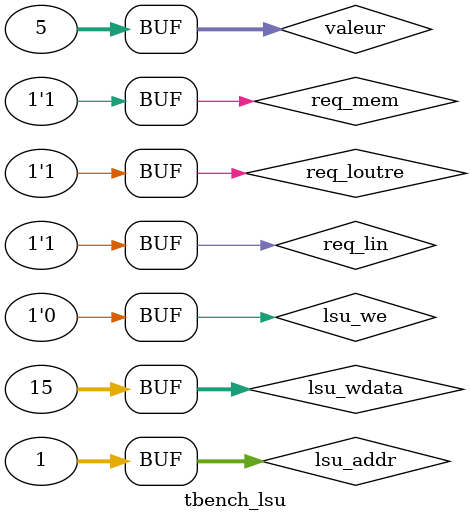
<source format=sv>


module tbench_lsu;
	int valeur = 5;

	logic req_mem, req_lin, req_loutre, rst;

	logic data_we, lsu_we;
	logic [31:0] data_wdata, data_addr, data_rdata, lsu_wdata, lsu_addr, lsu_rdata;

	tmem mem(
		.req_i(req_mem),

		.data_we_i(data_we),
		.data_wdata_i(data_wdata),
		.data_addr_i(data_addr),
		
		.data_rdata_o(data_rdata)	
	);

	lsu_in lin(
		//control signal
		.req_i(req_lin),
		.rst_ni(rst),
	
		//interface LSU / Previous
		.lsu_we_i(lsu_we),
		.lsu_wdata_i(lsu_wdata),
		.lsu_addr_i(lsu_addr),
	
		//interface LSU / MEM
		.data_we_o(data_we),
		.data_wdata_o(data_wdata),
		.data_addr_o(data_addr)
	);

	lsu_out loutre(
		//control signal
		.req_i(req_loutre),
		.rst_ni(rst),
	
		//interface LSU / Next
		.lsu_rdata_o(lsu_rdata),
		//output logic		lsu_err_o,
	
		//interface LSU / Mem
		.data_rdata_i(data_rdata)
		//input  logic 		data_err_i	
	);

//entree lsu_we, lsu_wdata, lsu_addr ,req_mem, req_lin, req_loutre

	initial begin
		req_mem = 0; req_lin = 0; req_loutre = 0;
		#valeur lsu_we = 1; 
		lsu_addr  = 32'b00000000000000000000000000000001;
		lsu_wdata = 32'b00000000000000000000000000001111;
		#5 req_lin = 1;
		#5 req_mem = 1;
		#5 req_loutre = 1;

		#5 req_mem = 0; req_lin = 0; req_loutre = 0;
		#5 lsu_we = 0; 
		lsu_addr =  32'b00000000000000000000000000000001;
		#5 req_lin = 1;
		#5 req_mem = 1;
		#5 req_loutre = 1;
	end
endmodule

</source>
